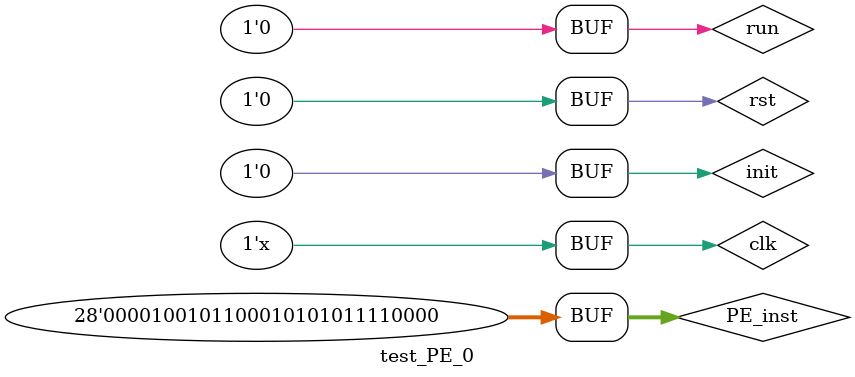
<source format=v>
`include "../source/param_define.v"
`timescale 1ns / 1ps

//      regfile stage
//        res ->dout_R0
//        dout_R0 ->dout_R1
//        dout_R1 ->dout_R2
//        dout_R2 ->dout_R3

//      crossbar stage
//      din_0 -> op_A        
//      din_1 -> op_B        
//      din_0   -> dout_N        
//      din_1   -> dout_W        
//      dout_R2 -> dout_S
//      dout_R3 -> dout_E
// 
//

module test_PE_0 (

);
    parameter cycle = 10;
    reg clk;
    reg rst;
    
    wire   [31:0]               PE_0_dout_N  ;
    wire   [31:0]               PE_0_dout_S  ;
    wire   [31:0]               PE_0_dout_W  ;
    wire   [31:0]               PE_0_dout_E  ;
    reg  init,run;

    reg [27:0]   PE_inst ;
    reg [31:0]   din_N_i ;
    reg [31:0]   din_S_i ;
    reg [31:0]   din_W_i ;
    reg [31:0]   din_E_i ;
//---------------end-----------------//
    always  #(cycle/2)  clk = ~ clk;
    integer i;
    initial begin
        clk = 1'b1;
        rst = 1'b1;
    #10 rst = 1'b0;    
        init ='b1;
        PE_inst='h962af0;
    #20 init ='b0;
        run ='b1;
    #10 run ='b0;
    end

    reg   init_i;
    reg   [27:0] PE_inst_i;
    reg   run_i;

    always @(posedge clk ) begin
        if (rst) begin
            din_N_i <='d3;
            din_W_i <='d4;
            din_S_i <='d5;
            din_E_i <='d6;
        end
        else begin
            din_N_i <= din_N_i+'b1;
            din_W_i <= din_W_i+'b1;
            din_S_i <= din_S_i+'b1;
            din_E_i <= din_E_i+'b1;  
        end
    end


    always @(posedge clk ) begin
        init_i  <= init;
        run_i  <= run;
        PE_inst_i =PE_inst;  
    end

    PE_D  pe_0(
        .clk            (clk            ),
        .rst            (rst            ),
        .PE_inst        (PE_inst_i      ),
        .init           (init_i           ),
        .run            (run_i            ),
        .din_N          (din_N_i          ),//上
        .din_W          (din_W_i          ),//下
        .din_S          (din_S_i          ),//左 
        .din_E          (din_E_i          ),
        .dout_N         (PE_0_dout_N    ),
        .dout_S         (PE_0_dout_S    ),
        .dout_W         (PE_0_dout_W    ),
        .dout_E         (PE_0_dout_E    )
    );

endmodule
</source>
